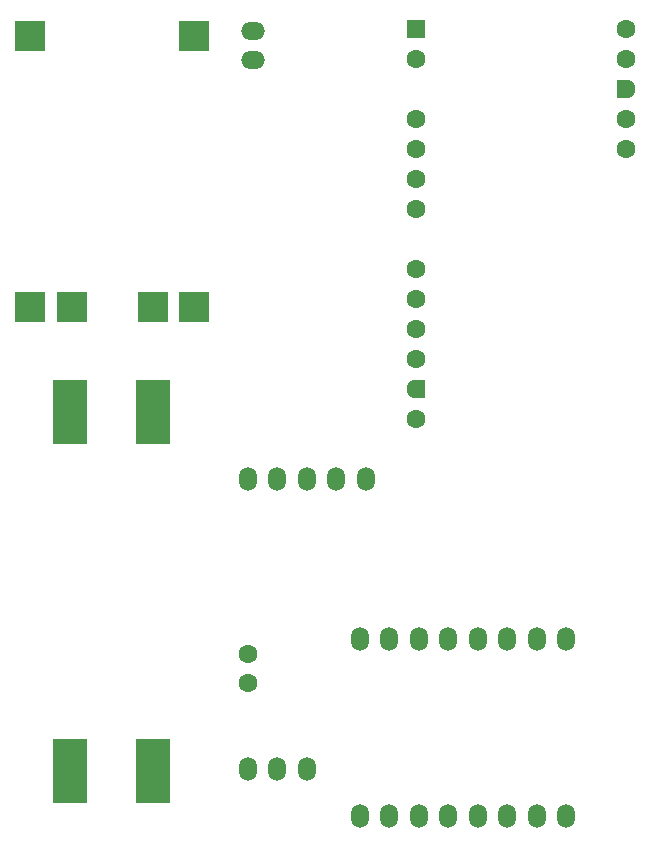
<source format=gbr>
%TF.GenerationSoftware,KiCad,Pcbnew,9.0.3*%
%TF.CreationDate,2025-10-17T23:17:00-07:00*%
%TF.ProjectId,Small_car_electronics.FCStd,536d616c-6c5f-4636-9172-5f656c656374,rev?*%
%TF.SameCoordinates,Original*%
%TF.FileFunction,Soldermask,Bot*%
%TF.FilePolarity,Negative*%
%FSLAX46Y46*%
G04 Gerber Fmt 4.6, Leading zero omitted, Abs format (unit mm)*
G04 Created by KiCad (PCBNEW 9.0.3) date 2025-10-17 23:17:00*
%MOMM*%
%LPD*%
G01*
G04 APERTURE LIST*
G04 Aperture macros list*
%AMRoundRect*
0 Rectangle with rounded corners*
0 $1 Rounding radius*
0 $2 $3 $4 $5 $6 $7 $8 $9 X,Y pos of 4 corners*
0 Add a 4 corners polygon primitive as box body*
4,1,4,$2,$3,$4,$5,$6,$7,$8,$9,$2,$3,0*
0 Add four circle primitives for the rounded corners*
1,1,$1+$1,$2,$3*
1,1,$1+$1,$4,$5*
1,1,$1+$1,$6,$7*
1,1,$1+$1,$8,$9*
0 Add four rect primitives between the rounded corners*
20,1,$1+$1,$2,$3,$4,$5,0*
20,1,$1+$1,$4,$5,$6,$7,0*
20,1,$1+$1,$6,$7,$8,$9,0*
20,1,$1+$1,$8,$9,$2,$3,0*%
%AMFreePoly0*
4,1,37,0.603843,0.796157,0.639018,0.796157,0.711114,0.766294,0.766294,0.711114,0.796157,0.639018,0.796157,0.603843,0.800000,0.600000,0.800000,-0.600000,0.796157,-0.603843,0.796157,-0.639018,0.766294,-0.711114,0.711114,-0.766294,0.639018,-0.796157,0.603843,-0.796157,0.600000,-0.800000,0.000000,-0.800000,0.000000,-0.796148,-0.078414,-0.796148,-0.232228,-0.765552,-0.377117,-0.705537,
-0.507515,-0.618408,-0.618408,-0.507515,-0.705537,-0.377117,-0.765552,-0.232228,-0.796148,-0.078414,-0.796148,0.078414,-0.765552,0.232228,-0.705537,0.377117,-0.618408,0.507515,-0.507515,0.618408,-0.377117,0.705537,-0.232228,0.765552,-0.078414,0.796148,0.000000,0.796148,0.000000,0.800000,0.600000,0.800000,0.603843,0.796157,0.603843,0.796157,$1*%
%AMFreePoly1*
4,1,37,0.000000,0.796148,0.078414,0.796148,0.232228,0.765552,0.377117,0.705537,0.507515,0.618408,0.618408,0.507515,0.705537,0.377117,0.765552,0.232228,0.796148,0.078414,0.796148,-0.078414,0.765552,-0.232228,0.705537,-0.377117,0.618408,-0.507515,0.507515,-0.618408,0.377117,-0.705537,0.232228,-0.765552,0.078414,-0.796148,0.000000,-0.796148,0.000000,-0.800000,-0.600000,-0.800000,
-0.603843,-0.796157,-0.639018,-0.796157,-0.711114,-0.766294,-0.766294,-0.711114,-0.796157,-0.639018,-0.796157,-0.603843,-0.800000,-0.600000,-0.800000,0.600000,-0.796157,0.603843,-0.796157,0.639018,-0.766294,0.711114,-0.711114,0.766294,-0.639018,0.796157,-0.603843,0.796157,-0.600000,0.800000,0.000000,0.800000,0.000000,0.796148,0.000000,0.796148,$1*%
G04 Aperture macros list end*
%ADD10O,2.000000X1.500000*%
%ADD11R,2.500000X2.500000*%
%ADD12R,3.000000X5.500000*%
%ADD13O,1.500000X2.000000*%
%ADD14C,1.600000*%
%ADD15RoundRect,0.200000X-0.600000X-0.600000X0.600000X-0.600000X0.600000X0.600000X-0.600000X0.600000X0*%
%ADD16FreePoly0,0.000000*%
%ADD17FreePoly1,0.000000*%
G04 APERTURE END LIST*
D10*
%TO.C,*%
X89000000Y-51500000D03*
%TD*%
D11*
%TO.C,TP4056_Module*%
X70100000Y-72400000D03*
X73600000Y-72400000D03*
X84000000Y-72400000D03*
X80500000Y-72400000D03*
X70100000Y-49500000D03*
X84000000Y-49500000D03*
%TD*%
D12*
%TO.C,MT3608_Module*%
X80500000Y-81300000D03*
X73500000Y-81300000D03*
X80500000Y-111700000D03*
X73500000Y-111700000D03*
%TD*%
D10*
%TO.C,*%
X89000000Y-49000000D03*
%TD*%
D13*
%TO.C,TOF200C*%
X98500000Y-87000000D03*
X96000000Y-87000000D03*
X93500000Y-87000000D03*
X91000000Y-87000000D03*
X88500000Y-87000000D03*
%TD*%
D14*
%TO.C,750uF*%
X88500000Y-104250000D03*
X88500000Y-101750000D03*
%TD*%
D13*
%TO.C,Servo*%
X93500000Y-111500000D03*
X91000000Y-111500000D03*
X88500000Y-111500000D03*
%TD*%
%TO.C,TB6612FNG_Module*%
X115500000Y-115500000D03*
X113000000Y-115500000D03*
X110500000Y-115500000D03*
X108000000Y-115500000D03*
X105500000Y-115500000D03*
X103000000Y-115500000D03*
X100500000Y-115500000D03*
X98000000Y-115500000D03*
X115500000Y-100500000D03*
X113000000Y-100500000D03*
X110500000Y-100500000D03*
X108000000Y-100500000D03*
X105500000Y-100500000D03*
X103000000Y-100500000D03*
X100500000Y-100500000D03*
X98000000Y-100500000D03*
%TD*%
D15*
%TO.C,PicoW*%
X102720000Y-48880000D03*
D14*
X102720000Y-51420000D03*
X102720000Y-56500000D03*
X102720000Y-59040000D03*
X102720000Y-61580000D03*
X102720000Y-64120000D03*
X102720000Y-69200000D03*
X102720000Y-71740000D03*
X102720000Y-74280000D03*
X102720000Y-76820000D03*
D16*
X102720000Y-79360000D03*
D14*
X102720000Y-81900000D03*
X120500000Y-59040000D03*
X120500000Y-56500000D03*
D17*
X120500000Y-53960000D03*
D14*
X120500000Y-51420000D03*
X120500000Y-48880000D03*
%TD*%
M02*

</source>
